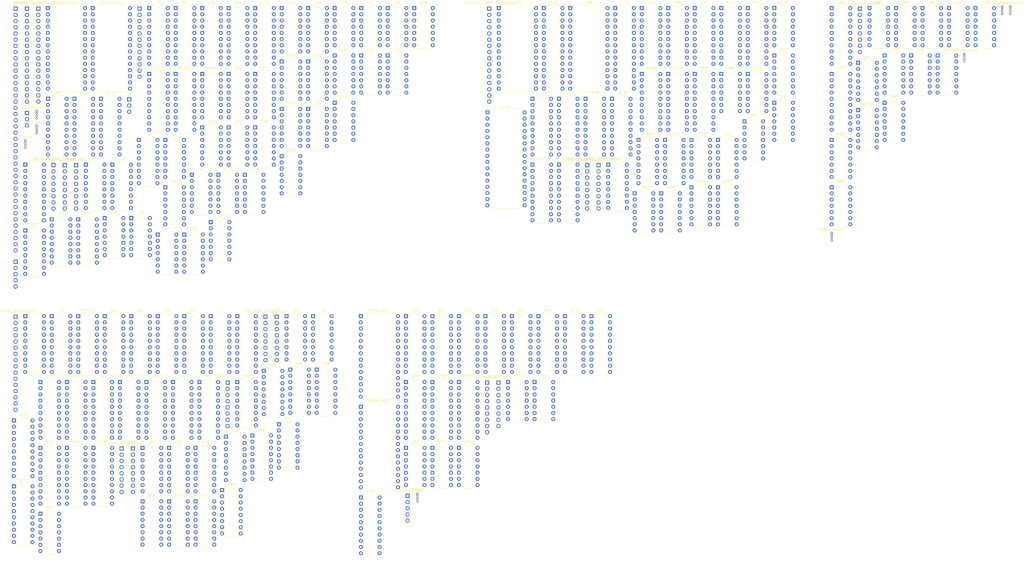
<source format=kicad_pcb>
(kicad_pcb (version 20211014) (generator pcbnew)
  (layers (0 "F.Cu" signal) (31 "B.Cu" signal) (34 "B.Paste" user) (35 "F.Paste" user) (36 "B.SilkS" user "B.Silkscreen") (37 "F.SilkS" user "F.Silkscreen") (38 "B.Mask" user) (39 "F.Mask" user) (44 "Edge.Cuts" user))
  (net 0 "")
  (net 1 "DATA0")
  (net 2 "DATA1")
  (net 3 "DATA2")
  (net 4 "DATA3")
  (net 5 "DATA4")
  (net 6 "DATA5")
  (net 7 "DATA6")
  (net 8 "DATA7")
  (net 9 "IR0")
  (net 10 "IR1")
  (net 11 "IR2")
  (net 12 "IR3")
  (net 13 "IR4")
  (net 15 "Net-(AROM_HIGH1-Pad2)")
  (net 16 "Net-(AROM_HIGH1-Pad3)")
  (net 17 "Net-(AROM_HIGH1-Pad4)")
  (net 18 "Net-(AROM_HIGH1-Pad5)")
  (net 19 "Net-(AROM_HIGH1-Pad6)")
  (net 20 "alu_int_A7")
  (net 21 "Net-(AROM_HIGH1-Pad8)")
  (net 22 "Net-(AROM_HIGH1-Pad9)")
  (net 23 "Net-(AROM_HIGH1-Pad10)")
  (net 24 "Net-(AROM_HIGH1-Pad11)")
  (net 25 "Net-(AROM_HIGH1-Pad12)")
  (net 26 "Net-(AROM_HIGH1-Pad13)")
  (net 27 "GND")
  (net 28 "Net-(AROM_HIGH1-Pad15)")
  (net 29 "Net-(AROM_HIGH1-Pad16)")
  (net 30 "Net-(AROM_HIGH1-Pad17)")
  (net 31 "Net-(AROM_HIGH1-Pad18)")
  (net 32 "Net-(AROM_HIGH1-Pad19)")
  (net 34 "+5V")
  (net 36 "F_C")
  (net 37 "Net-(AROM_LOW1-Pad3)")
  (net 38 "Net-(AROM_LOW1-Pad4)")
  (net 39 "Net-(AROM_LOW1-Pad5)")
  (net 40 "Net-(AROM_LOW1-Pad6)")
  (net 41 "Net-(AROM_LOW1-Pad7)")
  (net 42 "Net-(AROM_LOW1-Pad8)")
  (net 43 "Net-(AROM_LOW1-Pad9)")
  (net 44 "alu_int_A0")
  (net 45 "Net-(AROM_LOW1-Pad11)")
  (net 46 "Net-(AROM_LOW1-Pad12)")
  (net 47 "Net-(AROM_LOW1-Pad13)")
  (net 48 "Net-(AROM_LOW1-Pad15)")
  (net 49 "Net-(AROM_LOW1-Pad17)")
  (net 53 "ADDR0")
  (net 54 "ADDR1")
  (net 55 "ADDR2")
  (net 56 "ADDR3")
  (net 57 "ADDR4")
  (net 58 "ADDR5")
  (net 59 "ADDR6")
  (net 60 "ADDR7")
  (net 61 "ADDR8")
  (net 62 "ADDR9")
  (net 63 "ADDR10")
  (net 64 "ADDR11")
  (net 65 "ADDR12")
  (net 66 "ADDR13")
  (net 67 "ADDR14")
  (net 68 "ADDR15")
  (net 69 "OFFi")
  (net 70 "SELhigh")
  (net 71 "MHo")
  (net 72 "MLo")
  (net 73 "MLi")
  (net 74 "MHi")
  (net 75 "MFa")
  (net 78 "pACpp")
  (net 79 "pAHo")
  (net 80 "pALo")
  (net 81 "pALi")
  (net 82 "pAHi")
  (net 83 "pACa")
  (net 84 "RESET_bar")
  (net 86 "pBCpp")
  (net 87 "pBHo")
  (net 88 "pBLo")
  (net 89 "pBLi")
  (net 90 "pBHi")
  (net 91 "pBCa")
  (net 92 "SLmm")
  (net 93 "SLpp")
  (net 94 "SHo")
  (net 95 "SLo")
  (net 96 "SLi")
  (net 97 "SHi")
  (net 98 "Srst")
  (net 99 "Sa")
  (net 100 "Ai")
  (net 101 "Ao")
  (net 102 "Bi")
  (net 103 "Bo")
  (net 104 "ALUlatch")
  (net 105 "Fi")
  (net 106 "Fo")
  (net 107 "ALUd")
  (net 108 "DBG_INT_EN")
  (net 109 "DBG_PRE_INT1")
  (net 110 "DBG_PRE_INT2")
  (net 111 "DBG_PRE_INT3")
  (net 112 "ei")
  (net 113 "DI_IVo")
  (net 114 "IRQ")
  (net 115 "INT0")
  (net 116 "MMU_FAULT")
  (net 117 "INT2")
  (net 118 "preIR0")
  (net 120 "SAMPLE_IRQ")
  (net 123 "SIM_DATA0")
  (net 124 "SIM_DATA1")
  (net 125 "SIM_DATA2")
  (net 126 "SIM_DATA3")
  (net 127 "SIM_DATA4")
  (net 128 "SIM_DATA5")
  (net 129 "SIM_DATA6")
  (net 130 "SIM_DATA7")
  (net 131 "MWRITE")
  (net 132 "MREAD")
  (net 133 "SELa_PGdis")
  (net 138 "preIR1")
  (net 139 "preIR2")
  (net 140 "preIR3")
  (net 141 "preIR4")
  (net 142 "preIR5")
  (net 143 "preIR6")
  (net 144 "preIR7")
  (net 145 "LOAD_FAULT_bar")
  (net 146 "Net-(IR1-Pad11)")
  (net 147 "IR7")
  (net 148 "IR6")
  (net 149 "IR5")
  (net 152 "mpc0")
  (net 153 "mpc1")
  (net 154 "mpc2")
  (net 155 "mpc3")
  (net 156 "phase_mread")
  (net 157 "phase_write")
  (net 158 "SAVE_FAULT")
  (net 159 "p3")
  (net 160 "RESET")
  (net 161 "CLOCK")
  (net 162 "IRi")
  (net 163 "outFFXX")
  (net 164 "ALUFd")
  (net 168 "F_Z")
  (net 169 "F_SF")
  (net 170 "F_OF")
  (net 172 "Net-(MCODE_HIGH1-Pad11)")
  (net 173 "Net-(MCODE_HIGH1-Pad12)")
  (net 174 "Net-(MCODE_HIGH1-Pad13)")
  (net 175 "Net-(MCODE_HIGH1-Pad15)")
  (net 176 "Net-(MCODE_HIGH1-Pad16)")
  (net 177 "Net-(MCODE_HIGH1-Pad17)")
  (net 178 "Net-(MCODE_HIGH1-Pad18)")
  (net 179 "Net-(MCODE_HIGH1-Pad19)")
  (net 182 "Net-(MCODE_LOW1-Pad11)")
  (net 183 "Net-(MCODE_LOW1-Pad12)")
  (net 184 "Net-(MCODE_LOW1-Pad13)")
  (net 185 "Net-(MCODE_LOW1-Pad15)")
  (net 186 "Net-(MCODE_LOW1-Pad16)")
  (net 187 "Net-(MCODE_LOW1-Pad17)")
  (net 188 "Net-(MCODE_LOW1-Pad18)")
  (net 189 "Net-(MCODE_LOW1-Pad19)")
  (net 191 "SIM_OE")
  (net 197 "Net-(MH1-Pad12)")
  (net 198 "Net-(MH1-Pad13)")
  (net 199 "Net-(MH1-Pad14)")
  (net 200 "Net-(MH1-Pad15)")
  (net 201 "Net-(MH1-Pad16)")
  (net 202 "Net-(MH1-Pad17)")
  (net 203 "Net-(MH1-Pad18)")
  (net 204 "Net-(MH1-Pad19)")
  (net 205 "Net-(ML1-Pad12)")
  (net 206 "Net-(ML1-Pad13)")
  (net 207 "Net-(ML1-Pad14)")
  (net 208 "Net-(ML1-Pad15)")
  (net 209 "Net-(ML1-Pad16)")
  (net 210 "Net-(ML1-Pad17)")
  (net 211 "Net-(ML1-Pad18)")
  (net 212 "Net-(ML1-Pad19)")
  (net 213 "Net-(ML2-Pad12)")
  (net 214 "Net-(ML2-Pad13)")
  (net 215 "Net-(ML2-Pad14)")
  (net 216 "Net-(ML2-Pad15)")
  (net 217 "Net-(ML3-Pad12)")
  (net 218 "Net-(ML3-Pad13)")
  (net 219 "Net-(ML3-Pad14)")
  (net 220 "Net-(ML3-Pad15)")
  (net 221 "Net-(ML3-Pad16)")
  (net 222 "Net-(ML3-Pad17)")
  (net 223 "Net-(ML3-Pad18)")
  (net 224 "Net-(ML3-Pad19)")
  (net 225 "Net-(ML5-Pad12)")
  (net 226 "Net-(ML5-Pad13)")
  (net 227 "Net-(ML5-Pad14)")
  (net 228 "Net-(ML5-Pad15)")
  (net 229 "Net-(ML5-Pad16)")
  (net 230 "Net-(ML5-Pad17)")
  (net 231 "Net-(ML5-Pad18)")
  (net 232 "Net-(ML5-Pad19)")
  (net 233 "Net-(IR_BUF2-Pad12)")
  (net 238 "Net-(ML7-Pad16)")
  (net 239 "Net-(ML7-Pad17)")
  (net 240 "Net-(ML7-Pad18)")
  (net 241 "Net-(ML7-Pad19)")
  (net 242 "PGE_bar")
  (net 243 "Net-(ML8-Pad11)")
  (net 244 "TLBi7")
  (net 245 "TLBi6")
  (net 246 "TLBi5")
  (net 247 "TLBi4")
  (net 248 "TLBi3")
  (net 249 "TLBi2")
  (net 250 "TLBi1")
  (net 251 "TLBi0")
  (net 252 "Net-(U1-Pad7)")
  (net 253 "Net-(U1-Pad9)")
  (net 255 "Net-(U3-Pad2)")
  (net 256 "Net-(U3-Pad3)")
  (net 257 "Net-(U3-Pad6)")
  (net 258 "Net-(U3-Pad7)")
  (net 259 "Net-(U3-Pad12)")
  (net 260 "Net-(U3-Pad13)")
  (net 261 "Net-(IR_BUF2-Pad13)")
  (net 262 "Net-(IR_BUF2-Pad14)")
  (net 263 "Net-(IR_BUF2-Pad15)")
  (net 264 "Net-(IR_BUF2-Pad16)")
  (net 265 "Net-(U13-Pad10)")
  (net 266 "Net-(U24-Pad13)")
  (net 267 "Net-(IR_BUF2-Pad17)")
  (net 268 "Net-(IR_BUF2-Pad18)")
  (net 269 "Net-(U34-Pad3)")
  (net 270 "Net-(U33-Pad11)")
  (net 271 "Net-(U26-Pad4)")
  (net 272 "Net-(U5-Pad12)")
  (net 273 "Net-(U5-Pad13)")
  (net 274 "Net-(U27-Pad14)")
  (net 275 "Net-(U23-Pad8)")
  (net 276 "Net-(U27-Pad15)")
  (net 277 "Net-(U23-Pad6)")
  (net 278 "Net-(U21-Pad12)")
  (net 279 "Net-(U27-Pad13)")
  (net 280 "Net-(U23-Pad11)")
  (net 281 "Net-(U21-Pad13)")
  (net 282 "Net-(U27-Pad12)")
  (net 283 "Net-(U25-Pad3)")
  (net 284 "Net-(IR_BUF2-Pad19)")
  (net 285 "Net-(IR_BUF3-Pad2)")
  (net 286 "Net-(IR_BUF3-Pad3)")
  (net 287 "Net-(IR_BUF3-Pad4)")
  (net 288 "Net-(IR_BUF3-Pad5)")
  (net 289 "Net-(IR_BUF3-Pad6)")
  (net 290 "mcode1")
  (net 291 "mcode0")
  (net 292 "Net-(U11-Pad14)")
  (net 293 "Net-(U11-Pad16)")
  (net 294 "Net-(U11-Pad17)")
  (net 295 "Net-(U11-Pad18)")
  (net 296 "Net-(U11-Pad19)")
  (net 297 "Net-(U12-Pad3)")
  (net 298 "Net-(U12-Pad6)")
  (net 299 "Net-(U12-Pad8)")
  (net 300 "Net-(U12-Pad11)")
  (net 301 "Net-(U13-Pad7)")
  (net 302 "Net-(U13-Pad9)")
  (net 303 "Net-(U14-Pad7)")
  (net 304 "Net-(U14-Pad15)")
  (net 305 "Net-(U15-Pad7)")
  (net 306 "Net-(U15-Pad9)")
  (net 307 "Net-(U15-Pad10)")
  (net 308 "Net-(U15-Pad12)")
  (net 309 "Net-(U15-Pad15)")
  (net 310 "Net-(U16-Pad7)")
  (net 311 "Net-(U16-Pad9)")
  (net 312 "Net-(U16-Pad11)")
  (net 313 "Net-(U16-Pad12)")
  (net 314 "Net-(U16-Pad15)")
  (net 347 "Net-(U21-Pad6)")
  (net 348 "Net-(U21-Pad8)")
  (net 349 "Net-(U21-Pad11)")
  (net 350 "Net-(U23-Pad3)")
  (net 351 "Net-(U23-Pad13)")
  (net 352 "Net-(U24-Pad1)")
  (net 353 "Net-(U24-Pad2)")
  (net 354 "Net-(U24-Pad3)")
  (net 355 "Net-(U24-Pad8)")
  (net 362 "Net-(U26-Pad2)")
  (net 363 "Net-(U26-Pad10)")
  (net 364 "Net-(U26-Pad6)")
  (net 365 "Condition_bar")
  (net 366 "init_ir")
  (net 369 "Net-(U28-Pad6)")
  (net 370 "Net-(U29-Pad10)")
  (net 371 "Net-(U30-Pad6)")
  (net 372 "Net-(U30-Pad8)")
  (net 373 "dbgB_as_PC")
  (net 374 "Net-(U31-Pad4)")
  (net 375 "Net-(U31-Pad5)")
  (net 377 "Net-(IR_BUF3-Pad7)")
  (net 379 "Net-(U31-Pad11)")
  (net 386 "Net-(U37-Pad2)")
  (net 387 "Net-(U37-Pad3)")
  (net 388 "Net-(U37-Pad6)")
  (net 389 "Net-(U37-Pad7)")
  (net 390 "Net-(U37-Pad12)")
  (net 391 "Net-(U37-Pad13)")
  (net 392 "Net-(U39-Pad2)")
  (net 393 "Net-(U39-Pad3)")
  (net 394 "Net-(U39-Pad6)")
  (net 395 "Net-(U39-Pad7)")
  (net 396 "Net-(U39-Pad12)")
  (net 397 "Net-(U39-Pad13)")
  (net 398 "Net-(U40-Pad2)")
  (net 399 "Net-(U40-Pad3)")
  (net 400 "Net-(U40-Pad6)")
  (net 401 "Net-(U40-Pad7)")
  (net 404 "Net-(U45-Pad2)")
  (net 405 "Net-(U45-Pad3)")
  (net 406 "Net-(U45-Pad6)")
  (net 407 "Net-(U45-Pad7)")
  (net 408 "Net-(U45-Pad12)")
  (net 409 "Net-(U45-Pad13)")
  (net 410 "Net-(U46-Pad2)")
  (net 411 "Net-(U46-Pad3)")
  (net 412 "Net-(U46-Pad6)")
  (net 413 "Net-(U46-Pad7)")
  (net 414 "Net-(U46-Pad12)")
  (net 415 "Net-(U46-Pad13)")
  (net 416 "pAdbg1")
  (net 417 "pAdbg0")
  (net 418 "pAdbg2")
  (net 419 "pAdbg3")
  (net 420 "pAdbg_TUD_bar")
  (net 421 "pAdbg_TCD_bar")
  (net 422 "Net-(U49-Pad2)")
  (net 423 "Net-(U49-Pad3)")
  (net 424 "Net-(U49-Pad6)")
  (net 425 "Net-(U49-Pad7)")
  (net 426 "Net-(U49-Pad12)")
  (net 427 "Net-(U49-Pad13)")
  (net 428 "pAdbg5")
  (net 429 "pAdbg4")
  (net 430 "pAdbg6")
  (net 431 "pAdbg7")
  (net 432 "Net-(U50-Pad12)")
  (net 433 "Net-(U50-Pad13)")
  (net 434 "Net-(U51-Pad2)")
  (net 435 "Net-(U51-Pad3)")
  (net 436 "Net-(U51-Pad6)")
  (net 437 "Net-(U51-Pad7)")
  (net 440 "Net-(U56-Pad2)")
  (net 441 "Net-(U56-Pad3)")
  (net 442 "Net-(U56-Pad6)")
  (net 443 "Net-(U56-Pad7)")
  (net 444 "Net-(U56-Pad12)")
  (net 445 "Net-(U56-Pad13)")
  (net 446 "Net-(U57-Pad2)")
  (net 447 "Net-(U57-Pad3)")
  (net 448 "Net-(U57-Pad6)")
  (net 449 "Net-(U57-Pad7)")
  (net 452 "Net-(U61-Pad2)")
  (net 453 "Net-(U61-Pad3)")
  (net 463 "Net-(IR_BUF3-Pad8)")
  (net 464 "Net-(IR_BUF3-Pad9)")
  (net 465 "Net-(IR_BUF3-Pad12)")
  (net 466 "Net-(IR_BUF3-Pad13)")
  (net 467 "Net-(IR_BUF3-Pad14)")
  (net 468 "Net-(IR_BUF3-Pad15)")
  (net 469 "Net-(IR_BUF3-Pad16)")
  (net 470 "Net-(IR_BUF3-Pad17)")
  (net 471 "Net-(U65-Pad2)")
  (net 472 "Net-(U65-Pad6)")
  (net 473 "Net-(U65-Pad14)")
  (net 474 "Net-(U65-Pad15)")
  (net 475 "Net-(U66-Pad2)")
  (net 476 "Net-(U66-Pad6)")
  (net 477 "Net-(U66-Pad9)")
  (net 478 "Net-(U66-Pad14)")
  (net 479 "Net-(U66-Pad15)")
  (net 480 "Net-(U67-Pad2)")
  (net 481 "Net-(U67-Pad6)")
  (net 482 "Net-(U67-Pad9)")
  (net 483 "Net-(U67-Pad14)")
  (net 484 "Net-(U67-Pad15)")
  (net 485 "Net-(U68-Pad2)")
  (net 486 "Net-(U68-Pad6)")
  (net 487 "Net-(U68-Pad9)")
  (net 489 "Net-(U68-Pad15)")
  (net 490 "Net-(U75-Pad2)")
  (net 491 "Net-(U75-Pad3)")
  (net 492 "Net-(U76-Pad1)")
  (net 493 "Net-(U76-Pad11)")
  (net 494 "Net-(U76-Pad3)")
  (net 495 "Net-(U76-Pad6)")
  (net 496 "Net-(U76-Pad8)")
  (net 497 "Net-(U77-Pad1)")
  (net 498 "SHRout")
  (net 499 "Net-(U77-Pad4)")
  (net 500 "Net-(U77-Pad5)")
  (net 501 "shift_carry")
  (net 502 "SHLout")
  (net 503 "Net-(U77-Pad9)")
  (net 504 "Net-(U78-Pad2)")
  (net 509 "Net-(U79-Pad12)")
  (net 510 "Net-(U80-Pad2)")
  (net 511 "Net-(U83-Pad1)")
  (net 512 "Net-(IR_BUF3-Pad18)")
  (net 513 "DI_IVo_bar")
  (net 514 "Net-(U83-Pad6)")
  (net 515 "Net-(U83-Pad8)")
  (net 516 "Net-(U83-Pad11)")
  (net 517 "Net-(IR_BUF3-Pad19)")
  (net 518 "cword_clk")
  (net 519 "Net-(U84-Pad12)")
  (net 520 "Net-(U84-Pad11)")
  (net 521 "FAULT_PENDING")
  (net 522 "Net-(ML7-Pad3)")
  (net 523 "Net-(U85-Pad4)")
  (net 524 "Net-(U85-Pad6)")
  (net 525 "Net-(U85-Pad8)")
  (net 531 "Net-(U86-Pad8)")
  (net 532 "Net-(U86-Pad10)")
  (net 533 "Net-(U86-Pad12)")
  (net 534 "Net-(ML7-Pad4)")
  (net 535 "Net-(ML7-Pad5)")
  (net 536 "Net-(ML9-Pad1)")
  (net 537 "Net-(U88-Pad8)")
  (net 538 "Net-(U88-Pad13)")
  (net 542 "Net-(U89-Pad13)")
  (net 543 "Net-(U90-Pad1)")
  (net 547 "Net-(U92-Pad3)")
  (net 548 "Net-(U92-Pad10)")
  (net 549 "Net-(ML10-Pad1)")
  (net 550 "is_read_fault")
  (net 551 "is_write_fault")
  (net 561 "PGE")
  (net 562 "EADDR19")
  (net 563 "EADDR18")
  (net 564 "EADDR17")
  (net 565 "EADDR16")
  (net 566 "EADDR15")
  (net 567 "EADDR14")
  (net 568 "EADDR13")
  (net 569 "EADDR12")
  (net 570 "Net-(U95-Pad3)")
  (net 571 "Net-(U95-Pad10)")
  (net 572 "Net-(ML11-Pad1)")
  (net 573 "DBG_SEL_RAM")
  (net 574 "Net-(U101-Pad2)")
  (net 579 "Net-(U109-Pad2)")
  (net 580 "Net-(U114-Pad5)")
  (net 581 "Net-(U96-Pad14)")
  (net 582 "Net-(U96-Pad15)")
  (net 586 "READ_TLB")
  (net 587 "Net-(U115-Pad1)")
  (net 591 "Net-(U116-Pad1)")
  (net 592 "READ_TLBF")
  (net 593 "DBG_SEL_ROM")
  (net 594 "Net-(U111-Pad22)")
  (net 595 "Net-(U110-Pad22)")
  (net 596 "Net-(U124-Pad10)")
  (net 597 "Net-(U124-Pad9)")
  (net 598 "Net-(U124-Pad5)")
  (net 601 "Net-(U124-Pad4)")
  (net 602 "Net-(U125-Pad8)")
  (net 607 "Net-(U101-Pad12)")
  (net 608 "SEL_TLB_INDEX")
  (net 609 "Net-(U102-Pad5)")
  (net 610 "Net-(U102-Pad9)")
  (net 611 "RESET_PAGING_SEL")
  (net 612 "Net-(U102-Pad13)")
  (net 613 "TLBD0")
  (net 614 "TLBD1")
  (net 615 "TLBD2")
  (net 616 "TLBD3")
  (net 617 "TLBD4")
  (net 618 "TLBD5")
  (net 619 "TLBD6")
  (net 620 "TLBD7")
  (net 621 "TLBA7")
  (net 622 "TLBA6")
  (net 623 "TLBA5")
  (net 624 "TLBA4")
  (net 625 "TLBA3")
  (net 626 "TLBA2")
  (net 627 "TLBA1")
  (net 628 "TLBA0")
  (net 633 "TLBA11")
  (net 634 "TLBA10")
  (net 635 "TLBA9")
  (net 636 "TLBA8")
  (net 641 "SET_PAGING_SEL")
  (net 642 "Net-(U4-Pad2)")
  (net 643 "Net-(U124-Pad11)")
  (net 644 "start_phase")
  (net 648 "LOAD_FAULT")
  (net 649 "Net-(U5-Pad10)")
  (net 650 "end_phase")
  (net 651 "Net-(U109-Pad3)")
  (net 652 "Net-(U109-Pad6)")
  (net 653 "Net-(U109-Pad10)")
  (net 656 "WRITE_TLB")
  (net 658 "TLBFD0")
  (net 659 "TLBFD1")
  (net 660 "TLBFD2")
  (net 661 "TLBFD3")
  (net 662 "TLBFD4")
  (net 663 "TLBFD5")
  (net 664 "TLBFD6")
  (net 665 "TLBFD7")
  (net 667 "WRITE_TLBF")
  (net 673 "Net-(U114-Pad13)")
  (net 676 "mcode7")
  (net 677 "/seq_reset")
  (net 678 "start_instr")
  (net 681 "Net-(U108-Pad1)")
  (net 685 "Net-(U126-Pad12)")
  (net 686 "Net-(U135-Pad12)")
  (net 687 "Net-(U126-Pad10)")
  (net 688 "Net-(U133-Pad1)")
  (net 689 "Net-(U133-Pad4)")
  (net 690 "Net-(U133-Pad9)")
  (net 691 "Net-(U133-Pad12)")
  (net 692 "Net-(U134-Pad1)")
  (net 693 "Net-(U134-Pad4)")
  (net 694 "Net-(U134-Pad9)")
  (net 695 "Net-(U134-Pad12)")
  (net 696 "mcode6")
  (net 697 "mcode5")
  (net 698 "mcode4")
  (net 699 "mcode3")
  (net 700 "mcode2")
  (net 701 "Net-(U130-Pad1)")
  (net 702 "Net-(U130-Pad5)")
  (net 703 "Net-(U130-Pad3)")
  (net 722 "FAULT")
  (net 723 "Net-(U101-Pad5)")
  (net 724 "MREAD_f")
  (net 725 "Net-(U123-Pad10)")
  (net 726 "Net-(U108-Pad4)")
  (net 727 "MWRITE_f")
  (net 728 "EXTRAM_SEL")
  (net 729 "Net-(U102-Pad4)")
  (net 730 "Net-(U102-Pad10)")
  (net 731 "Net-(U108-Pad13)")
  (net 732 "RD_FLT_2")
  (net 733 "RD_FLT_1")
  (net 734 "RD_FLT_0")
  (net 735 "Net-(U122-Pad2)")
  (net 736 "Net-(U122-Pad3)")
  (net 737 "Net-(U122-Pad4)")
  (net 738 "Net-(U122-Pad5)")
  (net 739 "Net-(U122-Pad6)")
  (net 740 "Net-(U122-Pad7)")
  (net 741 "Net-(U122-Pad8)")
  (net 742 "Net-(U122-Pad9)")
  (net 743 "Net-(U123-Pad3)")
  (net 747 "Net-(U124-Pad2)")
  (net 748 "Net-(U124-Pad12)")
  (net 751 "Net-(U125-Pad3)")
  (net 752 "Net-(U125-Pad11)")
  (net 753 "Net-(U125-Pad6)")
  (net 776 "Net-(U128-Pad1)")
  (net 779 "Net-(U128-Pad13)")
  (net 780 "Net-(U129-Pad1)")
  (net 800 "Net-(U135-Pad13)")
  (net 804 "INT3")
  (footprint "Package_DIP:DIP-16_W7.62mm" (layer "F.Cu") (at -142.78 -174.75)
    (fp_text reference "U1")
    (fp_text value "74LS161")
  )
  (footprint "Package_DIP:DIP-14_W7.62mm" (layer "F.Cu") (at -88.53 -182.35)
    (fp_text reference "U22")
    (fp_text value "74LS04")
  )
  (footprint "Package_DIP:DIP-14_W7.62mm" (layer "F.Cu") (at -110.23 -182.35)
    (fp_text reference "U8")
    (fp_text value "74LS32")
  )
  (footprint "Package_DIP:DIP-20_W7.62mm" (layer "F.Cu") (at -186.18 -201.75)
    (fp_text reference "IR1")
    (fp_text value "74LS574")
  )
  (footprint "Package_DIP:DIP-20_W7.62mm" (layer "F.Cu") (at -219.88 -48.51)
    (fp_text reference "U58")
    (fp_text value "74LS541")
  )
  (footprint "Package_DIP:DIP-16_W7.62mm" (layer "F.Cu") (at -121.08 -201.75)
    (fp_text reference "U18")
    (fp_text value "74LS138")
  )
  (footprint "Package_DIP:DIP-14_W7.62mm" (layer "F.Cu") (at -230.73 5.49)
    (fp_text reference "U61")
    (fp_text value "74LS32")
  )
  (footprint "Package_DIP:DIP-14_W7.62mm" (layer "F.Cu") (at -88.53 -201.75)
    (fp_text reference "U9")
    (fp_text value "74LS32")
  )
  (footprint "Package_DIP:DIP-20_W7.62mm" (layer "F.Cu") (at 48.04 -201.75)
    (fp_text reference "ML11")
    (fp_text value "74LS574")
  )
  (footprint "Package_DIP:DIP-20_W7.62mm" (layer "F.Cu") (at -29.26 -164.6)
    (fp_text reference "U119")
    (fp_text value "74LS541")
  )
  (footprint "Package_DIP:DIP-14_W7.62mm" (layer "F.Cu") (at 69.74 -182.35)
    (fp_text reference "U101")
    (fp_text value "74LS04")
  )
  (footprint "Package_DIP:DIP-16_W7.62mm" (layer "F.Cu") (at -215.23 -115.2)
    (fp_text reference "U19")
    (fp_text value "74LS138")
  )
  (footprint "Package_DIP:DIP-14_W7.62mm" (layer "F.Cu") (at 130.44 -201.75)
    (fp_text reference "U86")
    (fp_text value "74LS04")
  )
  (footprint "Package_DIP:DIP-16_W7.62mm" (layer "F.Cu") (at -226.08 -115.2)
    (fp_text reference "U15")
    (fp_text value "74LS138")
  )
  (footprint "Connector_PinHeader_2.54mm:PinHeader_1x16_P2.54mm_Vertical" (layer "F.Cu") (at -46.96 -201.5)
    (fp_text reference "INTERNAL_ADDRESS_CONN2")
    (fp_text value "Conn_01x16")
  )
  (footprint "Package_DIP:DIP-20_W7.62mm" (layer "F.Cu") (at -216.78 -164.6)
    (fp_text reference "U132")
    (fp_text value "74LS541")
  )
  (footprint "Package_DIP:DIP-14_W7.62mm" (layer "F.Cu") (at -99.38 -182.35)
    (fp_text reference "U31")
    (fp_text value "74LS08")
  )
  (footprint "Package_DIP:DIP-16_W7.62mm" (layer "F.Cu") (at 1.74 -137.6)
    (fp_text reference "U117")
    (fp_text value "74LS138")
  )
  (footprint "Connector_PinHeader_2.54mm:PinHeader_1x16_P2.54mm_Vertical" (layer "F.Cu") (at -236.23 -201.5)
    (fp_text reference "CONN_ADDRESS1")
    (fp_text value "Conn_01x16")
  )
  (footprint "Package_DIP:DIP-14_W7.62mm" (layer "F.Cu") (at 35.84 -147.75)
    (fp_text reference "U123")
    (fp_text value "74LS08")
  )
  (footprint "Package_DIP:DIP-16_W7.62mm" (layer "F.Cu") (at -153.63 -174.75)
    (fp_text reference "U27")
    (fp_text value "74LS138")
  )
  (footprint "Package_DIP:DIP-20_W7.62mm" (layer "F.Cu") (at -241.58 -5.76)
    (fp_text reference "ML1")
    (fp_text value "74LS574")
  )
  (footprint "Package_DIP:DIP-14_W7.62mm" (layer "F.Cu") (at 108.74 -201.75)
    (fp_text reference "U85")
    (fp_text value "74LS32")
  )
  (footprint "Package_DIP:DIP-20_W7.62mm" (layer "F.Cu") (at -18.41 -137.6)
    (fp_text reference "U103")
    (fp_text value "74LS541")
  )
  (footprint "Package_DIP:DIP-20_W7.62mm" (layer "F.Cu") (at -227.63 -164.6)
    (fp_text reference "U82")
    (fp_text value "74LS541")
  )
  (footprint "Package_DIP:DIP-28_W7.62mm" (layer "F.Cu") (at -24.61 -201.75)
    (fp_text reference "U110")
    (fp_text value "AT28C64-20PI")
  )
  (footprint "Package_DIP:DIP-14_W7.62mm" (layer "F.Cu") (at -70.23 -21.51)
    (fp_text reference "U77")
    (fp_text value "74LS32")
  )
  (footprint "Package_DIP:DIP-14_W7.62mm" (layer "F.Cu") (at -147.03 -133.45)
    (fp_text reference "U126")
    (fp_text value "74LS04")
  )
  (footprint "Package_DIP:DIP-20_W7.62mm" (layer "F.Cu") (at -18.41 -164.6)
    (fp_text reference "U116")
    (fp_text value "74LS541")
  )
  (footprint "Package_DIP:DIP-14_W7.62mm" (layer "F.Cu") (at 152.14 -201.75)
    (fp_text reference "U128")
    (fp_text value "74LS74")
  )
  (footprint "Package_DIP:DIP-20_W7.62mm" (layer "F.Cu") (at -204.38 -75.51)
    (fp_text reference "U52")
    (fp_text value "74LS541")
  )
  (footprint "Package_DIP:DIP-16_W7.62mm" (layer "F.Cu") (at -178.03 -21.51)
    (fp_text reference "U50")
    (fp_text value "74LS193")
  )
  (footprint "Package_DIP:DIP-16_W7.62mm" (layer "F.Cu") (at -178.03 0.39)
    (fp_text reference "U51")
    (fp_text value "74LS193")
  )
  (footprint "Connector_PinHeader_1.00mm:PinHeader_1x04_P1.00mm_Vertical" (layer "F.Cu") (at 163.04 -202.3)
    (fp_text reference "DbgConn1")
    (fp_text value "Conn_01x04")
  )
  (footprint "Package_DIP:DIP-20_W7.62mm" (layer "F.Cu") (at -175.33 -201.75)
    (fp_text reference "U10")
    (fp_text value "74LS574")
  )
  (footprint "Connector_PinHeader_2.54mm:PinHeader_1x12_P2.54mm_Vertical" (layer "F.Cu") (at -190.13 -201.5)
    (fp_text reference "J1")
    (fp_text value "Conn_01x12")
  )
  (footprint "Package_DIP:DIP-20_W7.62mm" (layer "F.Cu") (at -164.48 -201.75)
    (fp_text reference "U36")
    (fp_text value "74LS541")
  )
  (footprint "Package_DIP:DIP-14_W7.62mm" (layer "F.Cu") (at 104.09 -159.95)
    (fp_text reference "U129")
    (fp_text value "74LS74")
  )
  (footprint "Connector_PinHeader_2.54mm:PinHeader_1x05_P2.54mm_Vertical" (layer "F.Cu") (at -240.88 -97.8)
    (fp_text reference "J4")
    (fp_text value "Conn_01x05")
  )
  (footprint "Package_DIP:DIP-14_W7.62mm" (layer "F.Cu") (at -142.78 -152.85)
    (fp_text reference "U30")
    (fp_text value "74LS32")
  )
  (footprint "Package_DIP:DIP-14_W7.62mm" (layer "F.Cu") (at 114.94 -162.95)
    (fp_text reference "U90")
    (fp_text value "74LS32")
  )
  (footprint "Connector_PinHeader_2.54mm:PinHeader_1x08_P2.54mm_Vertical" (layer "F.Cu") (at -2.21 -137.35)
    (fp_text reference "INTERNAL_DATA_CONN4")
    (fp_text value "Conn_01x08")
  )
  (footprint "Package_DIP:DIP-16_W7.62mm" (layer "F.Cu") (at -167.18 0.39)
    (fp_text reference "U65")
    (fp_text value "74LS83")
  )
  (footprint "Package_DIP:DIP-14_W7.62mm" (layer "F.Cu") (at -77.68 -201.75)
    (fp_text reference "U26")
    (fp_text value "74LS08")
  )
  (footprint "Package_DIP:DIP-20_W7.62mm" (layer "F.Cu") (at -37.68 -75.51)
    (fp_text reference "U71")
    (fp_text value "74LS541")
  )
  (footprint "Package_DIP:DIP-14_W7.62mm" (layer "F.Cu") (at -179.58 -128.35)
    (fp_text reference "U32")
    (fp_text value "74LS32")
  )
  (footprint "Package_DIP:DIP-28_W15.24mm" (layer "F.Cu") (at -227.68 -201.75)
    (fp_text reference "MCODE_HIGH1")
    (fp_text value "AT28C64-20PI")
  )
  (footprint "Connector_PinHeader_2.54mm:PinHeader_1x08_P2.54mm_Vertical" (layer "F.Cu") (at -197.48 -21.26)
    (fp_text reference "CONN_CTL_pB1")
    (fp_text value "Conn_01x08")
  )
  (footprint "Package_DIP:DIP-20_W7.62mm" (layer "F.Cu") (at -70.23 -75.51)
    (fp_text reference "ML3")
    (fp_text value "74LS574")
  )
  (footprint "Package_DIP:DIP-14_W7.62mm" (layer "F.Cu") (at 119.59 -201.75)
    (fp_text reference "U89")
    (fp_text value "74LS08")
  )
  (footprint "Package_DIP:DIP-14_W7.62mm" (layer "F.Cu") (at -121.08 -160.45)
    (fp_text reference "U7")
    (fp_text value "74LS08")
  )
  (footprint "Package_DIP:DIP-20_W7.62mm" (layer "F.Cu") (at -198.18 -48.51)
    (fp_text reference "U70")
    (fp_text value "74LS541")
  )
  (footprint "Package_DIP:DIP-14_W7.62mm" (layer "F.Cu") (at -131.93 -160.45)
    (fp_text reference "U12")
    (fp_text value "74LS08")
  )
  (footprint "Package_DIP:DIP-14_W7.62mm" (layer "F.Cu") (at 69.74 -162.95)
    (fp_text reference "U121")
    (fp_text value "74LS32")
  )
  (footprint "Package_DIP:DIP-14_W7.62mm" (layer "F.Cu") (at -121.08 -179.85)
    (fp_text reference "U133")
    (fp_text value "74LS32")
  )
  (footprint "Package_DIP:DIP-16_W7.62mm" (layer "F.Cu") (at 24.99 -147.75)
    (fp_text reference "U114")
    (fp_text value "74LS138")
  )
  (footprint "Package_DIP:DIP-20_W7.62mm" (layer "F.Cu") (at 93.24 -201.75)
    (fp_text reference "U91")
    (fp_text value "74LS541")
  )
  (footprint "Package_DIP:DIP-14_W7.62mm" (layer "F.Cu") (at 104.09 -179.35)
    (fp_text reference "U84")
    (fp_text value "74LS32")
  )
  (footprint "Package_DIP:DIP-20_W7.62mm" (layer "F.Cu") (at -59.38 -48.51)
    (fp_text reference "ML5")
    (fp_text value "74LS574")
  )
  (footprint "Package_DIP:DIP-14_W7.62mm" (layer "F.Cu") (at 141.29 -201.75)
    (fp_text reference "U127")
    (fp_text value "74LS08")
  )
  (footprint "Package_DIP:DIP-16_W7.62mm" (layer "F.Cu") (at -139.28 -53.11)
    (fp_text reference "U49")
    (fp_text value "74LS193")
  )
  (footprint "Package_DIP:DIP-16_W7.62mm" (layer "F.Cu") (at -143.93 -26.61)
    (fp_text reference "U66")
    (fp_text value "74LS83")
  )
  (footprint "Package_DIP:DIP-20_W7.62mm" (layer "F.Cu") (at -153.63 -201.75)
    (fp_text reference "U42")
    (fp_text value "74LS541")
  )
  (footprint "Package_DIP:DIP-14_W7.62mm" (layer "F.Cu") (at -164.48 -152.85)
    (fp_text reference "U29")
    (fp_text value "74LS32")
  )
  (footprint "Package_DIP:DIP-20_W7.62mm" (layer "F.Cu") (at -70.23 -48.51)
    (fp_text reference "U78")
    (fp_text value "74LS541")
  )
  (footprint "Connector_PinHeader_1.00mm:PinHeader_1x04_P1.00mm_Vertical" (layer "F.Cu") (at 147.54 -182.9)
    (fp_text reference "IntBoardConn2")
    (fp_text value "Conn_01x04")
  )
  (footprint "Package_DIP:DIP-20_W7.62mm" (layer "F.Cu") (at -175.33 -174.75)
    (fp_text reference "IR_BUF2")
    (fp_text value "74LS574")
  )
  (footprint "Package_DIP:DIP-14_W7.62mm" (layer "F.Cu") (at 58.89 -174.75)
    (fp_text reference "U131")
    (fp_text value "74LS74")
  )
  (footprint "Package_DIP:DIP-28_W15.24mm" (layer "F.Cu") (at -99.53 -38.36)
    (fp_text reference "AROM_HIGH1")
    (fp_text value "AT28C64-20PI")
  )
  (footprint "Package_DIP:DIP-20_W7.62mm" (layer "F.Cu") (at -236.93 -75.51)
    (fp_text reference "U54")
    (fp_text value "74LS541")
  )
  (footprint "Package_DIP:DIP-20_W7.62mm" (layer "F.Cu") (at -99.48 -1.21)
    (fp_text reference "U75")
    (fp_text value "74LS541")
  )
  (footprint "Package_DIP:DIP-16_W7.62mm" (layer "F.Cu") (at -212.13 -137.6)
    (fp_text reference "U14")
    (fp_text value "74LS138")
  )
  (footprint "Package_DIP:DIP-16_W7.62mm" (layer "F.Cu") (at -131.93 -201.75)
    (fp_text reference "U20")
    (fp_text value "74LS138")
  )
  (footprint "Connector_PinHeader_1.00mm:PinHeader_1x04_P1.00mm_Vertical" (layer "F.Cu") (at -76.38 -2.66)
    (fp_text reference "JFlags2")
    (fp_text value "Conn_01x04")
  )
  (footprint "Package_DIP:DIP-28_W15.24mm" (layer "F.Cu") (at -13.81 -201.75)
    (fp_text reference "U98")
    (fp_text value "28C256")
  )
  (footprint "Connector_PinHeader_2.54mm:PinHeader_1x05_P2.54mm_Vertical" (layer "F.Cu") (at -80.38 -1.86)
    (fp_text reference "ALU_OP_CONN1")
    (fp_text value "Conn_01x05")
  )
  (footprint "Package_DIP:DIP-16_W7.62mm" (layer "F.Cu") (at -188.88 -21.51)
    (fp_text reference "U67")
    (fp_text value "74LS83")
  )
  (footprint "Connector_PinHeader_2.54mm:PinHeader_1x03_P2.54mm_Vertical" (layer "F.Cu") (at -194.38 -164.35)
    (fp_text reference "J5")
    (fp_text value "Conn_01x03")
  )
  (footprint "Package_DIP:DIP-20_W7.62mm" (layer "F.Cu") (at -48.53 -75.51)
    (fp_text reference "ML2")
    (fp_text value "74LS574")
  )
  (footprint "Package_DIP:DIP-16_W7.62mm" (layer "F.Cu") (at -133.08 -31.21)
    (fp_text reference "U3")
    (fp_text value "74LS193")
  )
  (footprint "Package_DIP:DIP-16_W7.62mm" (layer "F.Cu") (at -236.93 -110.6)
    (fp_text reference "U13")
    (fp_text value "74LS138")
  )
  (footprint "Package_DIP:DIP-14_W7.62mm" (layer "F.Cu") (at -204.38 -115.7)
    (fp_text reference "U34")
    (fp_text value "74LS74")
  )
  (footprint "Connector_PinHeader_2.54mm:PinHeader_1x08_P2.54mm_Vertical" (layer "F.Cu") (at -192.83 -21.26)
    (fp_text reference "CONN_DATA2")
    (fp_text value "Conn_01x08")
  )
  (footprint "Package_DIP:DIP-20_W7.62mm" (layer "F.Cu") (at -186.18 -174.75)
    (fp_text reference "IR_BUF1")
    (fp_text value "74LS574")
  )
  (footprint "Connector_PinHeader_2.54mm:PinHeader_1x08_P2.54mm_Vertical" (layer "F.Cu") (at -43.18 -48.26)
    (fp_text reference "ALU_DATA_BUS1")
    (fp_text value "Conn_01x08")
  )
  (footprint "Package_DIP:DIP-28_W15.24mm" (layer "F.Cu") (at -209.28 -201.75)
    (fp_text reference "MCODE_LOW1")
    (fp_text value "AT28C64-20PI")
  )
  (footprint "Package_DIP:DIP-14_W7.62mm" (layer "F.Cu") (at 57.54 -155.35)
    (fp_text reference "U97")
    (fp_text value "74LS00")
  )
  (footprint "Connector_PinHeader_2.54mm:PinHeader_1x09_P2.54mm_Vertical" (layer "F.Cu") (at -47.83 -48.26)
    (fp_text reference "CONN_DATA3")
    (fp_text value "Conn_01x08")
  )
  (footprint "Package_DIP:DIP-16_W7.62mm" (layer "F.Cu") (at -201.28 -137.6)
    (fp_text reference "U2")
    (fp_text value "74LS161")
  )
  (footprint "Connector_PinHeader_2.54mm:PinHeader_1x08_P2.54mm_Vertical" (layer "F.Cu") (at -138.58 -75.26)
    (fp_text reference "CONN_CTL_pA1")
    (fp_text value "Conn_01x08")
  )
  (footprint "Package_DIP:DIP-20_W7.62mm" (layer "F.Cu") (at -209.03 -48.51)
    (fp_text reference "U63")
    (fp_text value "74LS541")
  )
  (footprint "Package_DIP:DIP-20_W7.62mm" (layer "F.Cu") (at -7.56 -164.6)
    (fp_text reference "ML8")
    (fp_text value "74LS574")
  )
  (footprint "Package_DIP:DIP-14_W7.62mm" (layer "F.Cu") (at -182.68 -108.95)
    (fp_text reference "U4")
    (fp_text value "74LS04")
  )
  (footprint "Package_DIP:DIP-16_W7.62mm" (layer "F.Cu") (at -167.18 -21.51)
    (fp_text reference "U40")
    (fp_text value "74LS193")
  )
  (footprint "Package_DIP:DIP-20_W7.62mm" (layer "F.Cu") (at 93.24 -174.75)
    (fp_text reference "ML7")
    (fp_text value "74LS574")
  )
  (footprint "Package_DIP:DIP-16_W7.62mm" (layer "F.Cu") (at -150.13 -48.51)
    (fp_text reference "U56")
    (fp_text value "74LS193")
  )
  (footprint "Package_DIP:DIP-14_W7.62mm" (layer "F.Cu") (at 23.44 -125.85)
    (fp_text reference "U109")
    (fp_text value "74LS32")
  )
  (footprint "Package_DIP:DIP-14_W7.62mm" (layer "F.Cu") (at -81.08 -21.51)
    (fp_text reference "U93")
    (fp_text value "74LS32")
  )
  (footprint "Package_DIP:DIP-20_W7.62mm" (layer "F.Cu") (at 26.34 -201.75)
    (fp_text reference "U94")
    (fp_text value "74LS541")
  )
  (footprint "Connector_PinHeader_2.54mm:PinHeader_1x08_P2.54mm_Vertical" (layer "F.Cu") (at 104.79 -201.5)
    (fp_text reference "INTERNAL_DATA_CONN3")
    (fp_text value "Conn_01x08")
  )
  (footprint "Package_DIP:DIP-20_W7.62mm" (layer "F.Cu") (at -219.88 -21.51)
    (fp_text reference "U59")
    (fp_text value "74LS541")
  )
  (footprint "Package_DIP:DIP-16_W7.62mm" (layer "F.Cu") (at -188.88 0.39)
    (fp_text reference "U46")
    (fp_text value "74LS193")
  )
  (footprint "Package_DIP:DIP-20_W7.62mm" (layer "F.Cu") (at 3.29 -164.6)
    (fp_text reference "U118")
    (fp_text value "74LS541")
  )
  (footprint "Package_DIP:DIP-14_W7.62mm" (layer "F.Cu") (at -28.38 -48.51)
    (fp_text reference "U80")
    (fp_text value "74LS08")
  )
  (footprint "Package_DIP:DIP-20_W7.62mm" (layer "F.Cu") (at -236.93 -137.6)
    (fp_text reference "U35")
    (fp_text value "74LS541")
  )
  (footprint "Package_DIP:DIP-14_W7.62mm" (layer "F.Cu") (at -160.98 -114.05)
    (fp_text reference "U6")
    (fp_text value "74LS32")
  )
  (footprint "Package_DIP:DIP-14_W7.62mm" (layer "F.Cu") (at -59.38 -21.51)
    (fp_text reference "U76")
    (fp_text value "74LS08")
  )
  (footprint "Connector_PinHeader_2.54mm:PinHeader_1x08_P2.54mm_Vertical" (layer "F.Cu") (at -216.08 -137.35)
    (fp_text reference "MEM_CTL1")
    (fp_text value "Conn_01x08")
  )
  (footprint "Package_DIP:DIP-20_W7.62mm" (layer "F.Cu") (at -81.08 -48.51)
    (fp_text reference "ML6")
    (fp_text value "74LS574")
  )
  (footprint "Connector_PinHeader_1.00mm:PinHeader_1x04_P1.00mm_Vertical" (layer "F.Cu") (at 93.29 -109.5)
    (fp_text reference "IntBoardConn1")
    (fp_text value "Conn_01x04")
  )
  (footprint "Package_DIP:DIP-28_W15.24mm" (layer "F.Cu") (at -43.06 -201.75)
    (fp_text reference "U100")
    (fp_text value "CY62256-70PC")
  )
  (footprint "Package_DIP:DIP-20_W7.62mm" (layer "F.Cu") (at -182.68 -75.51)
    (fp_text reference "U38")
    (fp_text value "74LS541")
  )
  (footprint "Package_DIP:DIP-28_W15.24mm" (layer "F.Cu") (at -99.53 -75.51)
    (fp_text reference "AROM_LOW1")
    (fp_text value "AT28C64-20PI")
  )
  (footprint "Package_DIP:DIP-20_W7.62mm" (layer "F.Cu") (at -142.78 -201.75)
    (fp_text reference "U122")
    (fp_text value "74LS541")
  )
  (footprint "Package_DIP:DIP-14_W7.62mm" (layer "F.Cu") (at -99.38 -201.75)
    (fp_text reference "U21")
    (fp_text value "74LS08")
  )
  (footprint "Package_DIP:DIP-20_W7.62mm" (layer "F.Cu") (at -226.08 -75.51)
    (fp_text reference "U43")
    (fp_text value "74LS541")
  )
  (footprint "Package_DIP:DIP-32_W15.24mm" (layer "F.Cu") (at -47.71 -159)
    (fp_text reference "U120")
    (fp_text value "AS6C4008-55PCN")
  )
  (footprint "Connector_PinHeader_2.54mm:PinHeader_1x16_P2.54mm_Vertical" (layer "F.Cu") (at -240.88 -75.26)
    (fp_text reference "CONN_ADDRESS2")
    (fp_text value "Conn_01x16")
  )
  (footprint "Connector_PinHeader_1.00mm:PinHeader_1x04_P1.00mm_Vertical" (layer "F.Cu") (at -232.23 -159.55)
    (fp_text reference "DbgConn2")
    (fp_text value "Conn_01x04")
  )
  (footprint "Package_DIP:DIP-20_W7.62mm" (layer "F.Cu") (at -230.73 -21.51)
    (fp_text reference "U53")
    (fp_text value "74LS541")
  )
  (footprint "Package_DIP:DIP-14_W7.62mm" (layer "F.Cu") (at -179.58 -147.75)
    (fp_text reference "U5")
    (fp_text value "74LS08")
  )
  (footprint "Package_DIP:DIP-28_W7.62mm" (layer "F.Cu") (at 4.64 -201.75)
    (fp_text reference "U111")
    (fp_text value "AT28C64-20PI")
  )
  (footprint "Connector_PinHeader_2.54mm:PinHeader_1x08_P2.54mm_Vertical" (layer "F.Cu") (at -133.93 -75.26)
    (fp_text reference "CONN_CTL_M1")
    (fp_text value "Conn_01x08")
  )
  (footprint "Package_DIP:DIP-14_W7.62mm" (layer "F.Cu") (at -157.88 -133.45)
    (fp_text reference "U125")
    (fp_text value "74LS32")
  )
  (footprint "Connector_PinHeader_1.00mm:PinHeader_1x04_P1.00mm_Vertical" (layer "F.Cu") (at -232.23 -153.5)
    (fp_text reference "IRQ_conn1")
    (fp_text value "Conn_01x04")
  )
  (footprint "Package_DIP:DIP-14_W7.62mm" (layer "F.Cu") (at 35.84 -128.35)
    (fp_text reference "U108")
    (fp_text value "74LS02")
  )
  (footprint "Connector_PinHeader_2.54mm:PinHeader_1x08_P2.54mm_Vertical" (layer "F.Cu") (at -6.86 -137.35)
    (fp_text reference "INTERNAL_DATA_CONN5")
    (fp_text value "Conn_01x08")
  )
  (footprint "Package_DIP:DIP-20_W7.62mm" (layer "F.Cu") (at -59.38 -75.51)
    (fp_text reference "U72")
    (fp_text value "74LS541")
  )
  (footprint "Package_DIP:DIP-16_W7.62mm" (layer "F.Cu") (at -119.13 -75.51)
    (fp_text reference "U45")
    (fp_text value "74LS193")
  )
  (footprint "Package_DIP:DIP-14_W7.62mm" (layer "F.Cu") (at -171.83 -108.95)
    (fp_text reference "U25")
    (fp_text value "74LS86")
  )
  (footprint "Package_DIP:DIP-20_W7.62mm" (layer "F.Cu") (at -160.98 -75.51)
    (fp_text reference "U47")
    (fp_text value "74LS541")
  )
  (footprint "Package_DIP:DIP-20_W7.62mm" (layer "F.Cu") (at 15.49 -201.75)
    (fp_text reference "U115")
    (fp_text value "74LS541")
  )
  (footprint "Package_DIP:DIP-16_W7.62mm" (layer "F.Cu") (at -156.33 -4.21)
    (fp_text reference "U48")
    (fp_text value "74LS193")
  )
  (footprint "Package_DIP:DIP-14_W7.62mm" (layer "F.Cu") (at 12.59 -125.85)
    (fp_text reference "U95")
    (fp_text value "74LS32")
  )
  (footprint "Package_DIP:DIP-14_W7.62mm" (layer "F.Cu") (at -131.93 -141.05)
    (fp_text reference "U134")
    (fp_text value "74LS32")
  )
  (footprint "Package_DIP:DIP-20_W7.62mm" (layer "F.Cu") (at 15.49 -174.75)
    (fp_text reference "U106")
    (fp_text value "74LS541")
  )
  (footprint "Package_DIP:DIP-20_W7.62mm" (layer "F.Cu") (at -26.83 -75.51)
    (fp_text reference "ML4")
    (fp_text value "74LS574")
  )
  (footprint "Connector_PinHeader_2.54mm:PinHeader_1x08_P2.54mm_Vertical" (layer "F.Cu") (at -225.38 -137.35)
    (fp_text reference "INTERNAL_DATA_CONN2")
    (fp_text value "Conn_01x08")
  )
  (footprint "Connector_PinHeader_2.54mm:PinHeader_1x08_P2.54mm_Vertical" (layer "F.Cu") (at -154.08 -48.26)
    (fp_text reference "CONN_CTL_S1")
    (fp_text value "Conn_01x08")
  )
  (footprint "Package_DIP:DIP-20_W7.62mm" (layer "F.Cu") (at -29.26 -137.6)
    (fp_text reference "U104")
    (fp_text value "74LS541")
  )
  (footprint "Package_DIP:DIP-14_W7.62mm" (layer "F.Cu") (at -131.93 -179.85)
    (fp_text reference "U33")
    (fp_text value "74LS32")
  )
  (footprint "Connector_PinHeader_1.00mm:PinHeader_1x04_P1.00mm_Vertical" (layer "F.Cu") (at -236.88 -147.45)
    (fp_text reference "JFlags1")
    (fp_text value "Conn_01x04")
  )
  (footprint "Package_DIP:DIP-14_W7.62mm" (layer "F.Cu") (at -168.73 -133.45)
    (fp_text reference "U23")
    (fp_text value "74LS86")
  )
  (footprint "Package_DIP:DIP-20_W7.62mm" (layer "F.Cu") (at 37.19 -174.75)
    (fp_text reference "ML9")
    (fp_text value "74LS574")
  )
  (footprint "Package_DIP:DIP-16_W7.62mm" (layer "F.Cu") (at -129.98 -75.51)
    (fp_text reference "U57")
    (fp_text value "74LS193")
  )
  (footprint "Package_DIP:DIP-20_W7.62mm" (layer "F.Cu") (at -150.13 -75.51)
    (fp_text reference "U55")
    (fp_text value "74LS541")
  )
  (footprint "Package_DIP:DIP-14_W7.62mm" (layer "F.Cu") (at 136.64 -182.35)
    (fp_text reference "U87")
    (fp_text value "74LS02")
  )
  (footprint "Package_DIP:DIP-16_W7.62mm" (layer "F.Cu") (at -164.48 -174.75)
    (fp_text reference "U16")
    (fp_text value "74LS138")
  )
  (footprint "Connector_PinHeader_2.54mm:PinHeader_1x40_P2.54mm_Vertical" (layer "F.Cu") (at -240.88 -201.5)
    (fp_text reference "J3")
    (fp_text value "Conn_01x40")
  )
  (footprint "Package_DIP:DIP-16_W7.62mm" (layer "F.Cu") (at -117.58 -53.61)
    (fp_text reference "U68")
    (fp_text value "74LS83")
  )
  (footprint "Connector_PinHeader_2.54mm:PinHeader_1x08_P2.54mm_Vertical" (layer "F.Cu") (at -220.73 -137.35)
    (fp_text reference "INTERNAL_DATA_CONN1")
    (fp_text value "Conn_01x08")
  )
  (footprint "Package_DIP:DIP-20_W7.62mm" (layer "F.Cu") (at -171.83 -75.51)
    (fp_text reference "MH1")
    (fp_text value "74LS574")
  )
  (footprint "Package_DIP:DIP-14_W7.62mm" (layer "F.Cu") (at 69.74 -201.75)
    (fp_text reference "U113")
    (fp_text value "74LS32")
  )
  (footprint "Package_DIP:DIP-14_W7.62mm" (layer "F.Cu") (at -153.63 -152.85)
    (fp_text reference "U24")
    (fp_text value "74LS32")
  )
  (footprint "Package_DIP:DIP-20_W7.62mm" (layer "F.Cu") (at -165.63 -48.51)
    (fp_text reference "U62")
    (fp_text value "74LS574")
  )
  (footprint "Package_DIP:DIP-20_W7.62mm" (layer "F.Cu") (at -205.93 -164.6)
    (fp_text reference "U11")
    (fp_text value "74LS574")
  )
  (footprint "Package_DIP:DIP-16_W7.62mm" (layer "F.Cu") (at -190.43 -147.75)
    (fp_text reference "U17")
    (fp_text value "74LS138")
  )
  (footprint "Package_DIP:DIP-20_W7.62mm" (layer "F.Cu") (at -241.58 -32.76)
    (fp_text reference "U44")
    (fp_text value "74LS541")
  )
  (footprint "Package_DIP:DIP-14_W7.62mm" (layer "F.Cu") (at -193.53 -115.7)
    (fp_text reference "U28")
    (fp_text value "74LS04")
  )
  (footprint "Package_DIP:DIP-14_W7.62mm" (layer "F.Cu") (at 93.24 -147.75)
    (fp_text reference "U83")
    (fp_text value "74LS08")
  )
  (footprint "Package_DIP:DIP-20_W7.62mm" (layer "F.Cu") (at -176.48 -48.51)
    (fp_text reference "U60")
    (fp_text value "74LS541")
  )
  (footprint "Package_DIP:DIP-20_W7.62mm" (layer "F.Cu") (at -187.33 -48.51)
    (fp_text reference "U69")
    (fp_text value "74LS541")
  )
  (footprint "Package_DIP:DIP-14_W7.62mm" (layer "F.Cu") (at -110.23 -201.75)
    (fp_text reference "U135")
    (fp_text value "74LS08")
  )
  (footprint "Package_DIP:DIP-20_W7.62mm" (layer "F.Cu") (at 58.89 -201.75)
    (fp_text reference "ML10")
    (fp_text value "74LS574")
  )
  (footprint "Package_DIP:DIP-20_W7.62mm" (layer "F.Cu") (at 37.19 -201.75)
    (fp_text reference "U107")
    (fp_text value "74LS541")
  )
  (footprint "Package_DIP:DIP-16_W7.62mm" (layer "F.Cu") (at -128.43 -53.61)
    (fp_text reference "U37")
    (fp_text value "74LS193")
  )
  (footprint "Package_DIP:DIP-20_W7.62mm" (layer "F.Cu") (at -209.03 -21.51)
    (fp_text reference "U136")
    (fp_text value "74LS541")
  )
  (footprint "Package_DIP:DIP-14_W7.62mm" (layer "F.Cu") (at 48.04 -174.75)
    (fp_text reference "U99")
    (fp_text value "74LS08")
  )
  (footprint "Package_DIP:DIP-20_W7.62mm" (layer "F.Cu") (at -215.23 -75.51)
    (fp_text reference "IR_BUF3")
    (fp_text value "74LS574")
  )
  (footprint "Package_DIP:DIP-14_W7.62mm" (layer "F.Cu") (at -110.23 -162.95)
    (fp_text reference "U124")
    (fp_text value "74LS32")
  )
  (footprint "Connector_PinHeader_2.54mm:PinHeader_1x16_P2.54mm_Vertical" (layer "F.Cu") (at -231.58 -201.5)
    (fp_text reference "INTERNAL_ADDRESS_CONN1")
    (fp_text value "Conn_01x16")
  )
  (footprint "Package_DIP:DIP-14_W7.62mm" (layer "F.Cu") (at 46.69 -128.35)
    (fp_text reference "U102")
    (fp_text value "74LS02")
  )
  (footprint "Package_DIP:DIP-14_W7.62mm" (layer "F.Cu") (at 93.24 -128.35)
    (fp_text reference "U88")
    (fp_text value "74LS02")
  )
  (footprint "Package_DIP:DIP-14_W7.62mm" (layer "F.Cu") (at 125.79 -182.35)
    (fp_text reference "U92")
    (fp_text value "74LS32")
  )
  (footprint "Package_DIP:DIP-20_W7.62mm" (layer "F.Cu") (at -15.98 -75.51)
    (fp_text reference "U74")
    (fp_text value "74LS541")
  )
  (footprint "Package_DIP:DIP-14_W7.62mm" (layer "F.Cu") (at -39.23 -48.51)
    (fp_text reference "U79")
    (fp_text value "74LS04")
  )
  (footprint "Package_DIP:DIP-16_W7.62mm" (layer "F.Cu") (at 14.14 -147.75)
    (fp_text reference "U96")
    (fp_text value "74LS138")
  )
  (footprint "Package_DIP:DIP-20_W7.62mm" (layer "F.Cu") (at 26.34 -174.75)
    (fp_text reference "U105")
    (fp_text value "74LS541")
  )
  (footprint "Connector_PinHeader_1.00mm:PinHeader_1x04_P1.00mm_Vertical" (layer "F.Cu") (at 166.39 -202.3)
    (fp_text reference "IntBoardConn3")
    (fp_text value "Conn_01x04")
  )
  (footprint "Package_DIP:DIP-14_W7.62mm" (layer "F.Cu") (at 114.94 -182.35)
    (fp_text reference "U130")
    (fp_text value "74LS04")
  )
  (footprint "Connector_PinHeader_2.54mm:PinHeader_1x03_P2.54mm_Vertical" (layer "F.Cu") (at -236.23 -158.75)
    (fp_text reference "J2")
    (fp_text value "Conn_01x03")
  )
  (footprint "Package_DIP:DIP-20_W7.62mm" (layer "F.Cu") (at -81.08 -75.51)
    (fp_text reference "U81")
    (fp_text value "74LS541")
  )
  (footprint "Package_DIP:DIP-16_W7.62mm" (layer "F.Cu") (at -154.78 -26.11)
    (fp_text reference "U39")
    (fp_text value "74LS193")
  )
  (footprint "Package_DIP:DIP-20_W7.62mm" (layer "F.Cu") (at -193.53 -75.51)
    (fp_text reference "U64")
    (fp_text value "74LS541")
  )
  (footprint "Package_DIP:DIP-20_W7.62mm" (layer "F.Cu") (at -230.73 -48.51)
    (fp_text reference "U41")
    (fp_text value "74LS541")
  )
  (footprint "Package_DIP:DIP-20_W7.62mm" (layer "F.Cu") (at -5.13 -75.51)
    (fp_text reference "U73")
    (fp_text value "74LS541")
  )
  (footprint "Package_DIP:DIP-14_W7.62mm" (layer "F.Cu") (at 46.69 -147.75)
    (fp_text reference "U112")
    (fp_text value "74LS32")
  )
)
</source>
